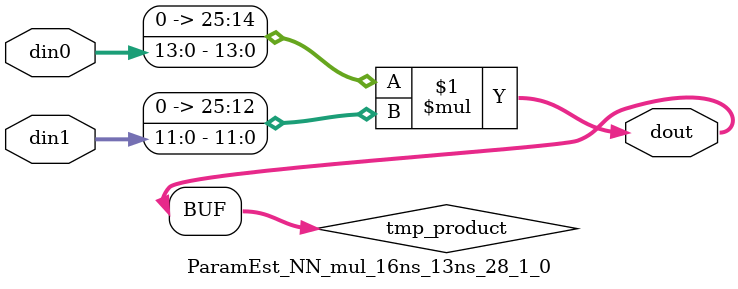
<source format=v>

`timescale 1 ns / 1 ps

  module ParamEst_NN_mul_16ns_13ns_28_1_0(din0, din1, dout);
parameter ID = 1;
parameter NUM_STAGE = 0;
parameter din0_WIDTH = 14;
parameter din1_WIDTH = 12;
parameter dout_WIDTH = 26;

input [din0_WIDTH - 1 : 0] din0; 
input [din1_WIDTH - 1 : 0] din1; 
output [dout_WIDTH - 1 : 0] dout;

wire signed [dout_WIDTH - 1 : 0] tmp_product;










assign tmp_product = $signed({1'b0, din0}) * $signed({1'b0, din1});











assign dout = tmp_product;







endmodule

</source>
